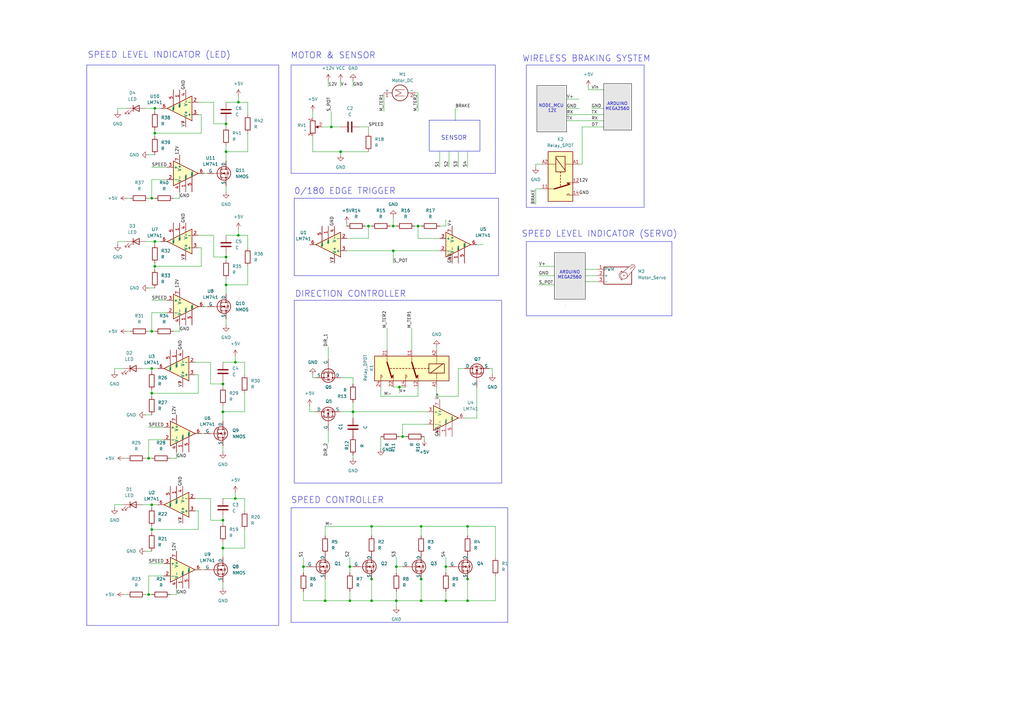
<source format=kicad_sch>
(kicad_sch (version 20231120) (generator "eeschema") (generator_version "8.0")
  (paper "A3")
  (lib_symbols
    (symbol "Amplifier_Operational:LM741" (pin_names (offset 0.127))
      (property "Reference" "U" (at 0 6.35 0))
      (property "Value" "LM741" (at 0 3.81 0))
      (symbol "LM741_1_1"
        (pin input line (at 0 -7.62 90) (length 5.08) (name "NULL") (number "1"))
        (pin input line (at -7.62 -2.54 0) (length 2.54) (name "-") (number "2"))
        (pin input line (at -7.62 2.54 0) (length 2.54) (name "+") (number "3"))
        (pin power_in line (at -2.54 -7.62 90) (length 3.81) (name "V-") (number "4"))
        (pin input line (at 2.54 -7.62 90) (length 6.35) (name "NULL") (number "5"))
        (pin output line (at 7.62 0 180) (length 2.54) (name "~") (number "6"))
        (pin power_in line (at -2.54 7.62 270) (length 3.81) (name "V+") (number "7"))
        (pin no_connect line (at 0 2.54 270) (length 2.54) hide (name "NC") (number "8"))
      )
    )
    (symbol "Device:C" (pin_numbers hide) (pin_names (offset 0.254))
      (property "Reference" "C" (at 0.635 2.54 0))
      (property "Value" "C" (at 0.635 -2.54 0))
      (symbol "C_1_1"
        (pin passive line (at 0 3.81 270) (length 2.794) (name "~") (number "1"))
        (pin passive line (at 0 -3.81 90) (length 2.794) (name "~") (number "2"))
      )
    )
    (symbol "Device:LED" (pin_numbers hide) (pin_names (offset 1.016) hide)
      (property "Reference" "D" (at 0 2.54 0))
      (property "Value" "LED" (at 0 -2.54 0))
      (symbol "LED_1_1"
        (pin passive line (at -3.81 0 0) (length 2.54) (name "K") (number "1"))
        (pin passive line (at 3.81 0 180) (length 2.54) (name "A") (number "2"))
      )
    )
    (symbol "Device:R" (pin_numbers hide) (pin_names (offset 0))
      (property "Reference" "R" (at 2.032 0 90))
      (property "Value" "R" (at 0 0 90))
      (symbol "R_1_1"
        (pin passive line (at 0 3.81 270) (length 1.27) (name "~") (number "1"))
        (pin passive line (at 0 -3.81 90) (length 1.27) (name "~") (number "2"))
      )
    )
    (symbol "Device:R_Potentiometer" (pin_names (offset 1.016) hide)
      (property "Reference" "RV" (at -4.445 0 90))
      (property "Value" "R_Potentiometer" (at -2.54 0 90))
      (symbol "R_Potentiometer_1_1"
        (pin passive line (at 0 3.81 270) (length 1.27) (name "1") (number "1"))
        (pin passive line (at 3.81 0 180) (length 1.27) (name "2") (number "2"))
        (pin passive line (at 0 -3.81 90) (length 1.27) (name "3") (number "3"))
      )
    )
    (symbol "Motor:Motor_DC" (pin_names (offset 0))
      (property "Reference" "M" (at 2.54 2.54 0))
      (property "Value" "Motor_DC" (at 2.54 -5.08 0))
      (symbol "Motor_DC_1_1"
        (pin passive line (at 0 5.08 270) (length 2.54) (name "+") (number "1"))
        (pin passive line (at 0 -7.62 90) (length 2.54) (name "-") (number "2"))
      )
    )
    (symbol "Motor:Motor_Servo" (pin_names (offset 0.0254))
      (property "Reference" "M" (at -5.08 4.445 0))
      (property "Value" "Motor_Servo" (at -5.08 -4.064 0))
      (symbol "Motor_Servo_1_1"
        (pin passive line (at -7.62 2.54 0) (length 2.54) (name "PWM") (number "1"))
        (pin passive line (at -7.62 0 0) (length 2.54) (name "+") (number "2"))
        (pin passive line (at -7.62 -2.54 0) (length 2.54) (name "-") (number "3"))
      )
    )
    (symbol "Relay:Relay_DPDT"
      (property "Reference" "K" (at 16.51 3.81 0))
      (property "Value" "Relay_DPDT" (at 16.51 1.27 0))
      (symbol "Relay_DPDT_1_1"
        (pin passive line (at 0 -7.62 90) (length 2.54) (name "~") (number "11"))
        (pin passive line (at -2.54 7.62 270) (length 2.54) (name "~") (number "12"))
        (pin passive line (at 2.54 7.62 270) (length 2.54) (name "~") (number "14"))
        (pin passive line (at 10.16 -7.62 90) (length 2.54) (name "~") (number "21"))
        (pin passive line (at 7.62 7.62 270) (length 2.54) (name "~") (number "22"))
        (pin passive line (at 12.7 7.62 270) (length 2.54) (name "~") (number "24"))
        (pin passive line (at -10.16 7.62 270) (length 2.54) (name "~") (number "A1"))
        (pin passive line (at -10.16 -7.62 90) (length 2.54) (name "~") (number "A2"))
      )
    )
    (symbol "Relay:Relay_SPDT"
      (property "Reference" "K" (at 11.43 3.81 0))
      (property "Value" "Relay_SPDT" (at 11.43 1.27 0))
      (symbol "Relay_SPDT_1_1"
        (pin passive line (at 5.08 -7.62 90) (length 2.54) (name "~") (number "11"))
        (pin passive line (at 2.54 7.62 270) (length 2.54) (name "~") (number "12"))
        (pin passive line (at 7.62 7.62 270) (length 2.54) (name "~") (number "14"))
        (pin passive line (at -5.08 7.62 270) (length 2.54) (name "~") (number "A1"))
        (pin passive line (at -5.08 -7.62 90) (length 2.54) (name "~") (number "A2"))
      )
    )
    (symbol "Simulation_SPICE:NMOS" (pin_numbers hide) (pin_names (offset 0))
      (property "Reference" "Q" (at 5.08 1.27 0))
      (property "Value" "NMOS" (at 5.08 -1.27 0))
      (symbol "NMOS_1_1"
        (pin passive line (at 2.54 5.08 270) (length 2.54) (name "D") (number "1"))
        (pin input line (at -5.08 0 0) (length 2.54) (name "G") (number "2"))
        (pin passive line (at 2.54 -5.08 90) (length 2.54) (name "S") (number "3"))
      )
    )
    (symbol "power:+12V" (power) (pin_numbers hide) (pin_names (offset 0) hide)
      (property "Value" "+12V" (at 0 3.556 0))
      (symbol "+12V_1_1"
        (pin power_in line (at 0 0 90) (length 0) (name "~") (number "1"))
      )
    )
    (symbol "power:+5V" (power) (pin_numbers hide) (pin_names (offset 0) hide)
      (property "Value" "+5V" (at 0 3.556 0))
      (symbol "+5V_1_1"
        (pin power_in line (at 0 0 90) (length 0) (name "~") (number "1"))
      )
    )
    (symbol "power:GND" (power) (pin_numbers hide) (pin_names (offset 0) hide)
      (property "Value" "GND" (at 0 -3.81 0))
      (symbol "GND_1_1"
        (pin power_in line (at 0 0 270) (length 0) (name "~") (number "1"))
      )
    )
    (symbol "power:VCC" (power) (pin_numbers hide) (pin_names (offset 0) hide)
      (property "Value" "VCC" (at 0 3.556 0))
      (symbol "VCC_1_1"
        (pin power_in line (at 0 0 90) (length 0) (name "~") (number "1"))
      )
    )
  )
  (junction (at 92.71 105.41))
  (junction (at 143.51 246.38))
  (junction (at 124.46 232.41))
  (junction (at 172.72 246.38))
  (junction (at 62.23 135.89))
  (junction (at 161.29 102.87))
  (junction (at 133.35 246.38))
  (junction (at 182.88 232.41))
  (junction (at 144.78 168.91))
  (junction (at 171.45 92.71))
  (junction (at 91.44 213.36))
  (junction (at 162.56 246.38))
  (junction (at 191.77 246.38))
  (junction (at 62.23 161.29))
  (junction (at 60.96 243.84))
  (junction (at 63.5 44.45))
  (junction (at 139.7 62.23))
  (junction (at 152.4 215.9))
  (junction (at 91.44 168.91))
  (junction (at 92.71 62.23))
  (junction (at 191.77 215.9))
  (junction (at 97.79 96.52))
  (junction (at 161.29 92.71))
  (junction (at 91.44 224.79))
  (junction (at 152.4 237.49))
  (junction (at 165.1 179.07))
  (junction (at 63.5 99.06))
  (junction (at 63.5 109.22))
  (junction (at 151.13 92.71))
  (junction (at 97.79 41.91))
  (junction (at 172.72 237.49))
  (junction (at 60.96 187.96))
  (junction (at 96.52 204.47))
  (junction (at 96.52 148.59))
  (junction (at 191.77 237.49))
  (junction (at 92.71 50.8))
  (junction (at 162.56 232.41))
  (junction (at 143.51 232.41))
  (junction (at 135.89 52.07))
  (junction (at 91.44 157.48))
  (junction (at 62.23 151.13))
  (junction (at 62.23 81.28))
  (junction (at 172.72 215.9))
  (junction (at 152.4 246.38))
  (junction (at 182.88 246.38))
  (junction (at 92.71 116.84))
  (junction (at 62.23 207.01))
  (junction (at 63.5 54.61))
  (junction (at 62.23 217.17))
  (junction (at 163.83 158.75))
  (wire (pts (xy 238.76 52.07) (xy 247.65 52.07)))
  (wire (pts (xy 180.34 62.23) (xy 180.34 68.58)))
  (wire (pts (xy 100.33 224.79) (xy 91.44 224.79)))
  (wire (pts (xy 62.23 128.27) (xy 62.23 135.89)))
  (wire (pts (xy 152.4 215.9) (xy 152.4 219.71)))
  (wire (pts (xy 240.03 113.03) (xy 245.11 113.03)))
  (wire (pts (xy 67.31 236.22) (xy 60.96 236.22)))
  (wire (pts (xy 171.45 38.1) (xy 171.45 45.72)))
  (wire (pts (xy 219.71 67.31) (xy 219.71 68.58)))
  (wire (pts (xy 62.23 135.89) (xy 63.5 135.89)))
  (wire (pts (xy 92.71 49.53) (xy 92.71 50.8)))
  (wire (pts (xy 91.44 204.47) (xy 96.52 204.47)))
  (wire (pts (xy 238.76 52.07) (xy 238.76 67.31)))
  (wire (pts (xy 101.6 62.23) (xy 92.71 62.23)))
  (wire (pts (xy 241.3 35.56) (xy 241.3 36.83)))
  (wire (pts (xy 170.18 92.71) (xy 171.45 92.71)))
  (wire (pts (xy 144.78 154.94) (xy 144.78 157.48)))
  (wire (pts (xy 161.29 102.87) (xy 161.29 107.95)))
  (wire (pts (xy 172.72 215.9) (xy 172.72 219.71)))
  (wire (pts (xy 144.78 165.1) (xy 144.78 168.91)))
  (wire (pts (xy 195.58 158.75) (xy 195.58 171.45)))
  (wire (pts (xy 133.35 215.9) (xy 152.4 215.9)))
  (wire (pts (xy 163.83 158.75) (xy 163.83 161.29)))
  (wire (pts (xy 91.44 168.91) (xy 91.44 172.72)))
  (wire (pts (xy 171.45 38.1) (xy 170.18 38.1)))
  (wire (pts (xy 86.36 157.48) (xy 91.44 157.48)))
  (wire (pts (xy 149.86 92.71) (xy 151.13 92.71)))
  (wire (pts (xy 58.42 151.13) (xy 62.23 151.13)))
  (wire (pts (xy 241.3 36.83) (xy 247.65 36.83)))
  (wire (pts (xy 160.02 92.71) (xy 161.29 92.71)))
  (wire (pts (xy 171.45 92.71) (xy 171.45 97.79)))
  (wire (pts (xy 58.42 207.01) (xy 62.23 207.01)))
  (wire (pts (xy 92.71 96.52) (xy 97.79 96.52)))
  (wire (pts (xy 219.71 77.47) (xy 222.25 77.47)))
  (wire (pts (xy 203.2 215.9) (xy 203.2 228.6)))
  (wire (pts (xy 71.12 81.28) (xy 73.66 81.28)))
  (wire (pts (xy 135.89 45.72) (xy 135.89 52.07)))
  (wire (pts (xy 92.71 50.8) (xy 92.71 52.07)))
  (wire (pts (xy 100.33 168.91) (xy 91.44 168.91)))
  (wire (pts (xy 83.82 71.12) (xy 85.09 71.12)))
  (wire (pts (xy 92.71 114.3) (xy 92.71 116.84)))
  (wire (pts (xy 59.69 44.45) (xy 63.5 44.45)))
  (wire (pts (xy 165.1 179.07) (xy 166.37 179.07)))
  (wire (pts (xy 63.5 55.88) (xy 63.5 54.61)))
  (wire (pts (xy 162.56 246.38) (xy 172.72 246.38)))
  (wire (pts (xy 92.71 62.23) (xy 92.71 66.04)))
  (wire (pts (xy 96.52 148.59) (xy 100.33 148.59)))
  (wire (pts (xy 133.35 246.38) (xy 143.51 246.38)))
  (wire (pts (xy 59.69 187.96) (xy 60.96 187.96)))
  (wire (pts (xy 62.23 68.58) (xy 68.58 68.58)))
  (wire (pts (xy 128.27 55.88) (xy 128.27 62.23)))
  (wire (pts (xy 132.08 52.07) (xy 135.89 52.07)))
  (wire (pts (xy 63.5 110.49) (xy 63.5 109.22)))
  (wire (pts (xy 62.23 207.01) (xy 64.77 207.01)))
  (wire (pts (xy 81.28 209.55) (xy 81.28 217.17)))
  (wire (pts (xy 190.5 171.45) (xy 195.58 171.45)))
  (wire (pts (xy 237.49 67.31) (xy 238.76 67.31)))
  (wire (pts (xy 171.45 97.79) (xy 180.34 97.79)))
  (wire (pts (xy 134.62 33.02) (xy 134.62 35.56)))
  (wire (pts (xy 142.24 102.87) (xy 161.29 102.87)))
  (wire (pts (xy 96.52 201.93) (xy 96.52 204.47)))
  (wire (pts (xy 100.33 209.55) (xy 100.33 204.47)))
  (wire (pts (xy 139.7 33.02) (xy 139.7 35.56)))
  (wire (pts (xy 97.79 96.52) (xy 101.6 96.52)))
  (wire (pts (xy 161.29 102.87) (xy 180.34 102.87)))
  (wire (pts (xy 173.99 180.34) (xy 173.99 179.07)))
  (wire (pts (xy 191.77 246.38) (xy 203.2 246.38)))
  (wire (pts (xy 144.78 168.91) (xy 175.26 168.91)))
  (wire (pts (xy 60.96 135.89) (xy 62.23 135.89)))
  (wire (pts (xy 172.72 236.22) (xy 172.72 237.49)))
  (wire (pts (xy 48.26 99.06) (xy 52.07 99.06)))
  (wire (pts (xy 80.01 204.47) (xy 86.36 204.47)))
  (wire (pts (xy 151.13 52.07) (xy 151.13 54.61)))
  (wire (pts (xy 97.79 39.37) (xy 97.79 41.91)))
  (wire (pts (xy 198.12 100.33) (xy 195.58 100.33)))
  (wire (pts (xy 220.98 109.22) (xy 227.33 109.22)))
  (wire (pts (xy 180.34 92.71) (xy 182.88 92.71)))
  (wire (pts (xy 124.46 242.57) (xy 124.46 246.38)))
  (wire (pts (xy 82.55 101.6) (xy 82.55 109.22)))
  (wire (pts (xy 86.36 213.36) (xy 91.44 213.36)))
  (wire (pts (xy 187.96 162.56) (xy 187.96 151.13)))
  (wire (pts (xy 191.77 215.9) (xy 203.2 215.9)))
  (wire (pts (xy 139.7 154.94) (xy 144.78 154.94)))
  (wire (pts (xy 87.63 50.8) (xy 92.71 50.8)))
  (wire (pts (xy 191.77 215.9) (xy 191.77 219.71)))
  (wire (pts (xy 101.6 101.6) (xy 101.6 96.52)))
  (wire (pts (xy 151.13 97.79) (xy 151.13 92.71)))
  (wire (pts (xy 87.63 41.91) (xy 87.63 50.8)))
  (wire (pts (xy 52.07 81.28) (xy 53.34 81.28)))
  (wire (pts (xy 81.28 153.67) (xy 81.28 161.29)))
  (wire (pts (xy 133.35 219.71) (xy 133.35 215.9)))
  (wire (pts (xy 182.88 232.41) (xy 182.88 234.95)))
  (wire (pts (xy 62.23 73.66) (xy 62.23 81.28)))
  (wire (pts (xy 222.25 67.31) (xy 219.71 67.31)))
  (wire (pts (xy 139.7 168.91) (xy 144.78 168.91)))
  (wire (pts (xy 232.41 49.53) (xy 247.65 49.53)))
  (wire (pts (xy 62.23 81.28) (xy 63.5 81.28)))
  (wire (pts (xy 191.77 237.49) (xy 191.77 246.38)))
  (wire (pts (xy 179.07 142.24) (xy 179.07 143.51)))
  (wire (pts (xy 101.6 46.99) (xy 101.6 41.91)))
  (wire (pts (xy 156.21 162.56) (xy 171.45 162.56)))
  (wire (pts (xy 62.23 215.9) (xy 62.23 217.17)))
  (wire (pts (xy 81.28 46.99) (xy 82.55 46.99)))
  (wire (pts (xy 162.56 228.6) (xy 162.56 232.41)))
  (wire (pts (xy 163.83 158.75) (xy 166.37 158.75)))
  (wire (pts (xy 240.03 115.57) (xy 245.11 115.57)))
  (wire (pts (xy 182.88 90.17) (xy 182.88 92.71)))
  (wire (pts (xy 128.27 62.23) (xy 139.7 62.23)))
  (wire (pts (xy 156.21 158.75) (xy 156.21 162.56)))
  (wire (pts (xy 63.5 99.06) (xy 66.04 99.06)))
  (wire (pts (xy 128.27 45.72) (xy 128.27 48.26)))
  (wire (pts (xy 60.96 231.14) (xy 67.31 231.14)))
  (wire (pts (xy 62.23 207.01) (xy 62.23 208.28)))
  (wire (pts (xy 60.96 175.26) (xy 67.31 175.26)))
  (wire (pts (xy 143.51 246.38) (xy 152.4 246.38)))
  (wire (pts (xy 220.98 116.84) (xy 227.33 116.84)))
  (wire (pts (xy 182.88 246.38) (xy 191.77 246.38)))
  (wire (pts (xy 124.46 228.6) (xy 124.46 232.41)))
  (wire (pts (xy 97.79 41.91) (xy 101.6 41.91)))
  (wire (pts (xy 100.33 161.29) (xy 100.33 168.91)))
  (wire (pts (xy 139.7 62.23) (xy 139.7 63.5)))
  (wire (pts (xy 162.56 242.57) (xy 162.56 246.38)))
  (wire (pts (xy 184.15 62.23) (xy 184.15 68.58)))
  (wire (pts (xy 100.33 217.17) (xy 100.33 224.79)))
  (wire (pts (xy 81.28 217.17) (xy 62.23 217.17)))
  (wire (pts (xy 161.29 158.75) (xy 163.83 158.75)))
  (wire (pts (xy 179.07 162.56) (xy 187.96 162.56)))
  (wire (pts (xy 187.96 151.13) (xy 190.5 151.13)))
  (wire (pts (xy 220.98 113.03) (xy 227.33 113.03)))
  (wire (pts (xy 46.99 152.4) (xy 46.99 151.13)))
  (wire (pts (xy 157.48 38.1) (xy 157.48 45.72)))
  (wire (pts (xy 60.96 180.34) (xy 60.96 187.96)))
  (wire (pts (xy 62.23 151.13) (xy 62.23 152.4)))
  (wire (pts (xy 80.01 148.59) (xy 86.36 148.59)))
  (wire (pts (xy 203.2 236.22) (xy 203.2 246.38)))
  (wire (pts (xy 87.63 96.52) (xy 87.63 105.41)))
  (wire (pts (xy 147.32 52.07) (xy 151.13 52.07)))
  (wire (pts (xy 144.78 232.41) (xy 143.51 232.41)))
  (wire (pts (xy 91.44 156.21) (xy 91.44 157.48)))
  (wire (pts (xy 134.62 176.53) (xy 134.62 181.61)))
  (wire (pts (xy 62.23 151.13) (xy 64.77 151.13)))
  (wire (pts (xy 172.72 246.38) (xy 182.88 246.38)))
  (wire (pts (xy 151.13 92.71) (xy 152.4 92.71)))
  (wire (pts (xy 129.54 154.94) (xy 128.27 154.94)))
  (wire (pts (xy 184.15 232.41) (xy 182.88 232.41)))
  (wire (pts (xy 46.99 151.13) (xy 50.8 151.13)))
  (wire (pts (xy 171.45 158.75) (xy 171.45 162.56)))
  (wire (pts (xy 165.1 173.99) (xy 165.1 179.07)))
  (wire (pts (xy 232.41 40.64) (xy 237.49 40.64)))
  (wire (pts (xy 133.35 237.49) (xy 133.35 246.38)))
  (wire (pts (xy 59.69 226.06) (xy 62.23 226.06)))
  (wire (pts (xy 124.46 246.38) (xy 133.35 246.38)))
  (wire (pts (xy 139.7 62.23) (xy 151.13 62.23)))
  (wire (pts (xy 91.44 182.88) (xy 91.44 185.42)))
  (wire (pts (xy 168.91 134.62) (xy 168.91 143.51)))
  (wire (pts (xy 144.78 186.69) (xy 144.78 187.96)))
  (wire (pts (xy 172.72 215.9) (xy 191.77 215.9)))
  (wire (pts (xy 101.6 109.22) (xy 101.6 116.84)))
  (wire (pts (xy 63.5 99.06) (xy 63.5 100.33)))
  (wire (pts (xy 92.71 59.69) (xy 92.71 62.23)))
  (wire (pts (xy 59.69 170.18) (xy 62.23 170.18)))
  (wire (pts (xy 86.36 204.47) (xy 86.36 213.36)))
  (wire (pts (xy 86.36 148.59) (xy 86.36 157.48)))
  (wire (pts (xy 100.33 153.67) (xy 100.33 148.59)))
  (wire (pts (xy 71.12 135.89) (xy 73.66 135.89)))
  (wire (pts (xy 92.71 130.81) (xy 92.71 133.35)))
  (wire (pts (xy 172.72 237.49) (xy 172.72 246.38)))
  (wire (pts (xy 60.96 81.28) (xy 62.23 81.28)))
  (wire (pts (xy 91.44 212.09) (xy 91.44 213.36)))
  (wire (pts (xy 67.31 180.34) (xy 60.96 180.34)))
  (wire (pts (xy 156.21 179.07) (xy 156.21 184.15)))
  (wire (pts (xy 60.96 243.84) (xy 62.23 243.84)))
  (wire (pts (xy 80.01 209.55) (xy 81.28 209.55)))
  (wire (pts (xy 48.26 44.45) (xy 52.07 44.45)))
  (wire (pts (xy 161.29 92.71) (xy 161.29 88.9)))
  (wire (pts (xy 80.01 153.67) (xy 81.28 153.67)))
  (wire (pts (xy 129.54 168.91) (xy 127 168.91)))
  (wire (pts (xy 171.45 92.71) (xy 172.72 92.71)))
  (wire (pts (xy 240.03 110.49) (xy 245.11 110.49)))
  (wire (pts (xy 46.99 208.28) (xy 46.99 207.01)))
  (wire (pts (xy 91.44 157.48) (xy 91.44 158.75)))
  (wire (pts (xy 219.71 83.82) (xy 219.71 77.47)))
  (wire (pts (xy 134.62 142.24) (xy 134.62 147.32)))
  (wire (pts (xy 101.6 54.61) (xy 101.6 62.23)))
  (wire (pts (xy 62.23 160.02) (xy 62.23 161.29)))
  (wire (pts (xy 191.77 236.22) (xy 191.77 237.49)))
  (wire (pts (xy 187.96 62.23) (xy 187.96 68.58)))
  (wire (pts (xy 143.51 232.41) (xy 143.51 234.95)))
  (wire (pts (xy 200.66 151.13) (xy 201.93 151.13)))
  (wire (pts (xy 82.55 109.22) (xy 63.5 109.22)))
  (wire (pts (xy 144.78 33.02) (xy 144.78 35.56)))
  (wire (pts (xy 182.88 228.6) (xy 182.88 232.41)))
  (wire (pts (xy 201.93 151.13) (xy 201.93 153.67)))
  (wire (pts (xy 62.23 162.56) (xy 62.23 161.29)))
  (wire (pts (xy 69.85 187.96) (xy 72.39 187.96)))
  (wire (pts (xy 63.5 44.45) (xy 63.5 45.72)))
  (wire (pts (xy 144.78 168.91) (xy 144.78 171.45)))
  (wire (pts (xy 72.39 241.3) (xy 72.39 243.84)))
  (wire (pts (xy 62.23 123.19) (xy 68.58 123.19)))
  (wire (pts (xy 73.66 133.35) (xy 73.66 135.89)))
  (wire (pts (xy 162.56 246.38) (xy 162.56 248.92)))
  (wire (pts (xy 96.52 146.05) (xy 96.52 148.59)))
  (wire (pts (xy 152.4 236.22) (xy 152.4 237.49)))
  (wire (pts (xy 142.24 91.44) (xy 142.24 92.71)))
  (wire (pts (xy 191.77 62.23) (xy 191.77 68.58)))
  (wire (pts (xy 52.07 135.89) (xy 53.34 135.89)))
  (wire (pts (xy 46.99 207.01) (xy 50.8 207.01)))
  (wire (pts (xy 232.41 46.99) (xy 247.65 46.99)))
  (wire (pts (xy 101.6 116.84) (xy 92.71 116.84)))
  (wire (pts (xy 81.28 161.29) (xy 62.23 161.29)))
  (wire (pts (xy 83.82 125.73) (xy 85.09 125.73)))
  (wire (pts (xy 81.28 101.6) (xy 82.55 101.6)))
  (wire (pts (xy 142.24 97.79) (xy 151.13 97.79)))
  (wire (pts (xy 162.56 232.41) (xy 162.56 234.95)))
  (wire (pts (xy 97.79 93.98) (xy 97.79 96.52)))
  (wire (pts (xy 96.52 204.47) (xy 100.33 204.47)))
  (wire (pts (xy 60.96 118.11) (xy 63.5 118.11)))
  (wire (pts (xy 186.69 44.45) (xy 186.69 49.53)))
  (wire (pts (xy 68.58 73.66) (xy 62.23 73.66)))
  (wire (pts (xy 128.27 154.94) (xy 128.27 153.67)))
  (wire (pts (xy 175.26 173.99) (xy 165.1 173.99)))
  (wire (pts (xy 165.1 232.41) (xy 162.56 232.41)))
  (wire (pts (xy 48.26 100.33) (xy 48.26 99.06)))
  (wire (pts (xy 92.71 104.14) (xy 92.71 105.41)))
  (wire (pts (xy 125.73 232.41) (xy 124.46 232.41)))
  (wire (pts (xy 50.8 243.84) (xy 52.07 243.84)))
  (wire (pts (xy 60.96 187.96) (xy 62.23 187.96)))
  (wire (pts (xy 63.5 53.34) (xy 63.5 54.61)))
  (wire (pts (xy 87.63 105.41) (xy 92.71 105.41)))
  (wire (pts (xy 163.83 179.07) (xy 165.1 179.07)))
  (wire (pts (xy 92.71 105.41) (xy 92.71 106.68)))
  (wire (pts (xy 50.8 187.96) (xy 52.07 187.96)))
  (wire (pts (xy 91.44 213.36) (xy 91.44 214.63)))
  (wire (pts (xy 82.55 233.68) (xy 83.82 233.68)))
  (wire (pts (xy 91.44 148.59) (xy 96.52 148.59)))
  (wire (pts (xy 82.55 46.99) (xy 82.55 54.61)))
  (wire (pts (xy 143.51 242.57) (xy 143.51 246.38)))
  (wire (pts (xy 91.44 222.25) (xy 91.44 224.79)))
  (wire (pts (xy 152.4 237.49) (xy 152.4 246.38)))
  (wire (pts (xy 72.39 185.42) (xy 72.39 187.96)))
  (wire (pts (xy 68.58 128.27) (xy 62.23 128.27)))
  (wire (pts (xy 63.5 44.45) (xy 66.04 44.45)))
  (wire (pts (xy 242.57 44.45) (xy 247.65 44.45)))
  (wire (pts (xy 135.89 52.07) (xy 139.7 52.07)))
  (wire (pts (xy 82.55 177.8) (xy 83.82 177.8)))
  (wire (pts (xy 48.26 45.72) (xy 48.26 44.45)))
  (wire (pts (xy 91.44 224.79) (xy 91.44 228.6)))
  (wire (pts (xy 162.56 92.71) (xy 161.29 92.71)))
  (wire (pts (xy 62.23 218.44) (xy 62.23 217.17)))
  (wire (pts (xy 124.46 232.41) (xy 124.46 234.95)))
  (wire (pts (xy 91.44 166.37) (xy 91.44 168.91)))
  (wire (pts (xy 92.71 116.84) (xy 92.71 120.65)))
  (wire (pts (xy 158.75 134.62) (xy 158.75 143.51)))
  (wire (pts (xy 73.66 78.74) (xy 73.66 81.28)))
  (wire (pts (xy 59.69 243.84) (xy 60.96 243.84)))
  (wire (pts (xy 127 168.91) (xy 127 166.37)))
  (wire (pts (xy 91.44 238.76) (xy 91.44 241.3)))
  (wire (pts (xy 60.96 63.5) (xy 63.5 63.5)))
  (wire (pts (xy 232.41 44.45) (xy 237.49 44.45)))
  (wire (pts (xy 81.28 41.91) (xy 87.63 41.91)))
  (wire (pts (xy 63.5 107.95) (xy 63.5 109.22)))
  (wire (pts (xy 182.88 242.57) (xy 182.88 246.38)))
  (wire (pts (xy 82.55 54.61) (xy 63.5 54.61)))
  (wire (pts (xy 92.71 41.91) (xy 97.79 41.91)))
  (wire (pts (xy 69.85 243.84) (xy 72.39 243.84)))
  (wire (pts (xy 59.69 99.06) (xy 63.5 99.06)))
  (wire (pts (xy 152.4 215.9) (xy 172.72 215.9)))
  (wire (pts (xy 143.51 228.6) (xy 143.51 232.41)))
  (wire (pts (xy 152.4 246.38) (xy 162.56 246.38)))
  (wire (pts (xy 60.96 236.22) (xy 60.96 243.84)))
  (wire (pts (xy 81.28 96.52) (xy 87.63 96.52)))
  (wire (pts (xy 179.07 158.75) (xy 179.07 162.56)))
  (wire (pts (xy 92.71 76.2) (xy 92.71 78.74)))
  (rectangle (start 215.9 99.06) (end 275.59 129.54))
  (rectangle (start 227.33 103.632) (end 240.03 122.682) (stroke (width 0) (color 0 0 0 1)) (fill (type color) (color 230 230 230 1)))
  (rectangle (start 247.65 34.29) (end 259.08 53.34) (stroke (width 0) (color 0 0 0 1)) (fill (type color) (color 230 230 230 1)))
  (rectangle (start 120.65 123.19) (end 205.74 198.12))
  (rectangle (start 119.38 208.28) (end 208.28 255.27))
  (rectangle (start 215.9 26.67) (end 264.16 85.09))
  (rectangle (start 120.65 81.28) (end 204.47 113.03))
  (rectangle (start 231.902 125.222) (end 231.902 125.222) (stroke (width 0) (color 0 0 0 1)))
  (rectangle (start 35.56 26.67) (end 114.3 256.54))
  (rectangle (start 119.38 26.67) (end 203.2 71.12))
  (rectangle (start 176.022 49.276) (end 196.85 61.976))
  (rectangle (start 220.218 35.052) (end 232.41 54.102) (stroke (width 0) (color 0 0 0 1)) (fill (type color) (color 230 230 230 1)))
  (text "NODE_MCU\n 12E" (at 226.06 44.45 0) (effects (font (size 1.27 1.27))))
  (text "SPEED LEVEL INDICATOR (LED)" (at 65.278 22.606 0) (effects (font (size 2.54 2.54))))
  (text "MOTOR & SENSOR\n\n" (at 136.652 24.892 0) (effects (font (size 2.54 2.54))))
  (text "SPEED CONTROLLER" (at 138.43 205.232 0) (effects (font (size 2.54 2.54))))
  (text "0/180 EDGE TRIGGER" (at 141.478 78.486 0) (effects (font (size 2.54 2.54))))
  (text "ARDUINO\nMEGA2560" (at 253.238 43.688 0) (effects (font (size 1.27 1.27))))
  (text "ARDUINO\nMEGA2560" (at 233.68 112.776 0) (effects (font (size 1.27 1.27))))
  (text "SENSOR" (at 186.182 56.642 0) (effects (font (size 1.778 1.778))))
  (text "SPEED LEVEL INDICATOR (SERVO)" (at 245.872 96.012 0) (effects (font (size 2.54 2.54))))
  (text "WIRELESS BRAKING SYSTEM" (at 240.538 24.13 0) (effects (font (size 2.54 2.54))))
  (text "DIRECTION CONTROLLER" (at 143.764 120.65 0) (effects (font (size 2.54 2.54))))
  (label "GND" (at 144.78 35.56 0))
  (label "S3" (at 162.56 228.6 90))
  (label "GND" (at 220.98 113.03 0))
  (label "S_POT" (at 220.98 116.84 0))
  (label "BRAKE" (at 219.71 83.82 90))
  (label "SPEED" (at 62.23 123.19 0))
  (label "12V" (at 72.39 170.18 90))
  (label "RX" (at 232.41 46.99 0))
  (label "BRAKE" (at 186.69 44.45 0))
  (label "GND" (at 73.66 135.89 0))
  (label "S_POT" (at 135.89 45.72 90))
  (label "M_TER2" (at 171.45 45.72 90))
  (label "DIR_2" (at 134.62 181.61 270))
  (label "12V" (at 237.49 74.93 0))
  (label "M_TER1" (at 157.48 45.72 90))
  (label "M_TER2" (at 158.75 134.62 90))
  (label "SPEED" (at 151.13 52.07 0))
  (label "V+" (at 185.42 92.71 90))
  (label "V+" (at 76.2 106.68 90))
  (label "S1" (at 124.46 228.6 90))
  (label "V+" (at 74.93 158.75 90))
  (label "GND" (at 237.49 80.01 0))
  (label "GND" (at 185.42 107.95 90))
  (label "SPEED" (at 60.96 231.14 0))
  (label "S2" (at 184.15 68.58 90))
  (label "12V" (at 73.66 118.11 90))
  (label "SPEED" (at 60.96 175.26 0))
  (label "12V" (at 72.39 226.06 90))
  (label "SPEED" (at 62.23 68.58 0))
  (label "V+" (at 232.41 40.64 0))
  (label "V+" (at 137.16 107.95 90))
  (label "RX" (at 242.57 49.53 0))
  (label "M-" (at 133.35 215.9 0))
  (label "S2" (at 143.51 228.6 90))
  (label "V+" (at 139.7 35.56 0))
  (label "GND" (at 180.34 179.07 90))
  (label "S_POT" (at 161.29 107.95 0))
  (label "GND" (at 74.93 199.39 90))
  (label "GND" (at 72.39 243.84 0))
  (label "S4" (at 182.88 228.6 90))
  (label "GND" (at 242.57 44.45 0))
  (label "GND" (at 73.66 81.28 0))
  (label "12V" (at 134.62 35.56 0))
  (label "V+" (at 163.83 161.29 0))
  (label "GND" (at 232.41 44.45 0))
  (label "TX" (at 242.57 46.99 0))
  (label "TX" (at 232.41 49.53 0))
  (label "V+" (at 220.98 109.22 0))
  (label "GND" (at 137.16 92.71 90))
  (label "Vin" (at 242.57 36.83 0))
  (label "M_TER1" (at 168.91 134.62 90))
  (label "V+" (at 180.34 163.83 90))
  (label "12V" (at 73.66 63.5 90))
  (label "GND" (at 76.2 91.44 90))
  (label "GND" (at 72.39 187.96 0))
  (label "GND" (at 74.93 143.51 90))
  (label "M-" (at 157.48 162.56 0))
  (label "S1" (at 180.34 68.58 90))
  (label "V+" (at 74.93 214.63 90))
  (label "V+" (at 76.2 52.07 90))
  (label "S4" (at 191.77 68.58 90))
  (label "D7" (at 242.57 52.07 0))
  (label "GND" (at 76.2 36.83 90))
  (label "DIR_1" (at 134.62 142.24 90))
  (label "S3" (at 187.96 68.58 90))
  (symbol (lib_id "power:GND") (at 48.26 100.33 0) (unit 1)
    (property "Reference" "#PWR021" (effects (hide yes)))
    (property "Value" "GND" (at 48.26 105.41 0))
    (property "Description" "Power symbol creates a global label with name \"GND\" , ground" (effects (hide yes)))
  )
  (symbol (lib_id "Device:R") (at 62.23 156.21 180) (unit 1)
    (property "Reference" "R26" (at 64.77 154.9399 0) (effects (justify right)))
    (property "Value" "R" (at 64.77 157.4799 0) (effects (justify right)))
    (property "Description" "Resistor" (effects (hide yes)))
  )
  (symbol (lib_id "power:+5V") (at 50.8 243.84 90) (unit 1)
    (property "Reference" "#PWR022" (effects (hide yes)))
    (property "Value" "+5V" (at 46.99 243.8399 90) (effects (justify left)))
    (property "Description" "Power symbol creates a global label with name \"+5V\"" (effects (hide yes)))
  )
  (symbol (lib_id "Device:R") (at 63.5 114.3 180) (unit 1)
    (property "Reference" "R33" (at 66.04 113.0299 0) (effects (justify right)))
    (property "Value" "R" (at 66.04 115.5699 0) (effects (justify right)))
    (property "Description" "Resistor" (effects (hide yes)))
  )
  (symbol (lib_id "Device:C") (at 92.71 45.72 0) (unit 1)
    (property "Reference" "C6" (at 96.52 44.4499 0) (effects (justify left)))
    (property "Value" "C" (at 96.52 46.9899 0) (effects (justify left)))
    (property "Description" "Unpolarized capacitor" (effects (hide yes)))
  )
  (symbol (lib_id "Amplifier_Operational:LM741") (at 72.39 151.13 180) (unit 1)
    (property "Reference" "U3" (at 62.23 146.1768 0))
    (property "Value" "LM741" (at 62.23 148.7168 0))
    (property "Datasheet" "http://www.ti.com/lit/ds/symlink/lm741.pdf" (effects (hide yes)))
    (property "Description" "Operational Amplifier, DIP-8/TO-99-8" (effects (hide yes)))
  )
  (symbol (lib_id "power:+5V") (at 173.99 180.34 180) (unit 1)
    (property "Reference" "#PWR042" (effects (hide yes)))
    (property "Value" "+5V" (at 173.99 185.42 0))
    (property "Description" "Power symbol creates a global label with name \"+5V\"" (effects (hide yes)))
  )
  (symbol (lib_id "power:+5V") (at 50.8 187.96 90) (unit 1)
    (property "Reference" "#PWR08" (effects (hide yes)))
    (property "Value" "+5V" (at 46.99 187.9599 90) (effects (justify left)))
    (property "Description" "Power symbol creates a global label with name \"+5V\"" (effects (hide yes)))
  )
  (symbol (lib_id "Device:LED") (at 54.61 151.13 0) (unit 1)
    (property "Reference" "D2" (at 53.0225 144.78 0))
    (property "Value" "LED" (at 53.0225 147.32 0))
    (property "Description" "Light emitting diode" (effects (hide yes)))
  )
  (symbol (lib_id "power:+5V") (at 96.52 146.05 0) (unit 1)
    (property "Reference" "#PWR019" (effects (hide yes)))
    (property "Value" "+5V" (at 96.52 140.97 0))
    (property "Description" "Power symbol creates a global label with name \"+5V\"" (effects (hide yes)))
  )
  (symbol (lib_id "power:GND") (at 92.71 78.74 0) (unit 1)
    (property "Reference" "#PWR030" (effects (hide yes)))
    (property "Value" "GND" (at 92.71 83.82 0))
    (property "Description" "Power symbol creates a global label with name \"GND\" , ground" (effects (hide yes)))
  )
  (symbol (lib_id "Simulation_SPICE:NMOS") (at 90.17 71.12 0) (unit 1)
    (property "Reference" "Q11" (at 96.52 69.8499 0) (effects (justify left)))
    (property "Value" "NMOS" (at 96.52 72.3899 0) (effects (justify left)))
    (property "Datasheet" "https://ngspice.sourceforge.io/docs/ngspice-html-manual/manual.xhtml#cha_MOSFETs" (effects (hide yes)))
    (property "Description" "N-MOSFET transistor, drain/source/gate" (effects (hide yes)))
    (property "Sim.Device" "NMOS" (effects (hide yes)))
    (property "Sim.Type" "VDMOS" (effects (hide yes)))
    (property "Sim.Pins" "1=D 2=G 3=S" (effects (hide yes)))
  )
  (symbol (lib_id "Motor:Motor_DC") (at 162.56 38.1 90) (unit 1)
    (property "Reference" "M1" (at 165.1 30.48 90))
    (property "Value" "Motor_DC" (at 165.1 33.02 90))
    (property "Description" "DC Motor" (effects (hide yes)))
  )
  (symbol (lib_id "Device:LED") (at 55.88 99.06 0) (unit 1)
    (property "Reference" "D3" (at 54.2925 92.71 0))
    (property "Value" "LED" (at 54.2925 95.25 0))
    (property "Description" "Light emitting diode" (effects (hide yes)))
  )
  (symbol (lib_id "Device:R") (at 57.15 135.89 90) (unit 1)
    (property "Reference" "R31" (at 57.15 129.54 90))
    (property "Value" "R" (at 57.15 132.08 90))
    (property "Description" "Resistor" (effects (hide yes)))
  )
  (symbol (lib_id "Device:R") (at 162.56 238.76 0) (unit 1)
    (property "Reference" "R8" (at 165.1 237.4899 0) (effects (justify left)))
    (property "Value" "R" (at 165.1 240.0299 0) (effects (justify left)))
    (property "Description" "Resistor" (effects (hide yes)))
  )
  (symbol (lib_id "power:GND") (at 46.99 208.28 0) (unit 1)
    (property "Reference" "#PWR020" (effects (hide yes)))
    (property "Value" "GND" (at 46.99 213.36 0))
    (property "Description" "Power symbol creates a global label with name \"GND\" , ground" (effects (hide yes)))
  )
  (symbol (lib_id "Amplifier_Operational:LM741") (at 74.93 177.8 0) (unit 1)
    (property "Reference" "U6" (at 85.09 171.4814 0))
    (property "Value" "LM741" (at 85.09 174.0214 0))
    (property "Datasheet" "http://www.ti.com/lit/ds/symlink/lm741.pdf" (effects (hide yes)))
    (property "Description" "Operational Amplifier, DIP-8/TO-99-8" (effects (hide yes)))
  )
  (symbol (lib_id "power:GND") (at 59.69 170.18 270) (unit 1)
    (property "Reference" "#PWR09" (effects (hide yes)))
    (property "Value" "GND" (at 55.88 170.1799 90) (effects (justify right)))
    (property "Description" "Power symbol creates a global label with name \"GND\" , ground" (effects (hide yes)))
  )
  (symbol (lib_id "Device:R") (at 92.71 55.88 0) (unit 1)
    (property "Reference" "R41" (at 95.25 54.6099 0) (effects (justify left)))
    (property "Value" "R" (at 95.25 57.1499 0) (effects (justify left)))
    (property "Description" "Resistor" (effects (hide yes)))
  )
  (symbol (lib_id "power:GND") (at 60.96 118.11 270) (unit 1)
    (property "Reference" "#PWR024" (effects (hide yes)))
    (property "Value" "GND" (at 57.15 118.1099 90) (effects (justify right)))
    (property "Description" "Power symbol creates a global label with name \"GND\" , ground" (effects (hide yes)))
  )
  (symbol (lib_id "Device:R") (at 67.31 81.28 90) (unit 1)
    (property "Reference" "R40" (at 67.31 74.93 90))
    (property "Value" "R" (at 67.31 77.47 90))
    (property "Description" "Resistor" (effects (hide yes)))
  )
  (symbol (lib_id "Simulation_SPICE:NMOS") (at 134.62 152.4 270) (unit 1)
    (property "Reference" "Q6" (at 133.35 158.75 90) (effects (justify left)))
    (property "Value" "NMOS" (effects (hide yes)))
    (property "Datasheet" "https://ngspice.sourceforge.io/docs/ngspice-html-manual/manual.xhtml#cha_MOSFETs" (effects (hide yes)))
    (property "Description" "N-MOSFET transistor, drain/source/gate" (effects (hide yes)))
    (property "Sim.Device" "NMOS" (effects (hide yes)))
    (property "Sim.Type" "VDMOS" (effects (hide yes)))
    (property "Sim.Pins" "1=D 2=G 3=S" (effects (hide yes)))
  )
  (symbol (lib_id "Device:R") (at 170.18 179.07 270) (unit 1)
    (property "Reference" "R10" (at 171.4501 181.61 0) (effects (justify left)))
    (property "Value" "R" (at 168.9101 181.61 0) (effects (justify left)))
    (property "Description" "Resistor" (effects (hide yes)))
  )
  (symbol (lib_id "power:GND") (at 60.96 63.5 270) (unit 1)
    (property "Reference" "#PWR029" (effects (hide yes)))
    (property "Value" "GND" (at 57.15 63.4999 90) (effects (justify right)))
    (property "Description" "Power symbol creates a global label with name \"GND\" , ground" (effects (hide yes)))
  )
  (symbol (lib_id "power:GND") (at 59.69 226.06 270) (unit 1)
    (property "Reference" "#PWR06" (effects (hide yes)))
    (property "Value" "GND" (at 55.88 226.0599 90) (effects (justify right)))
    (property "Description" "Power symbol creates a global label with name \"GND\" , ground" (effects (hide yes)))
  )
  (symbol (lib_id "Simulation_SPICE:NMOS") (at 195.58 153.67 90) (unit 1)
    (property "Reference" "Q7" (at 195.834 147.32 90))
    (property "Value" "NMOS" (effects (hide yes)))
    (property "Datasheet" "https://ngspice.sourceforge.io/docs/ngspice-html-manual/manual.xhtml#cha_MOSFETs" (effects (hide yes)))
    (property "Description" "N-MOSFET transistor, drain/source/gate" (effects (hide yes)))
    (property "Sim.Device" "NMOS" (effects (hide yes)))
    (property "Sim.Type" "VDMOS" (effects (hide yes)))
    (property "Sim.Pins" "1=D 2=G 3=S" (effects (hide yes)))
  )
  (symbol (lib_id "Device:LED") (at 55.88 44.45 0) (unit 1)
    (property "Reference" "D4" (at 54.2925 38.1 0))
    (property "Value" "LED" (at 54.2925 40.64 0))
    (property "Description" "Light emitting diode" (effects (hide yes)))
  )
  (symbol (lib_id "power:+5V") (at 97.79 39.37 0) (unit 1)
    (property "Reference" "#PWR031" (effects (hide yes)))
    (property "Value" "+5V" (at 97.79 34.29 0))
    (property "Description" "Power symbol creates a global label with name \"+5V\"" (effects (hide yes)))
  )
  (symbol (lib_id "Device:R") (at 143.51 238.76 0) (unit 1)
    (property "Reference" "R7" (at 146.05 237.4899 0) (effects (justify left)))
    (property "Value" "R" (at 146.05 240.0299 0) (effects (justify left)))
    (property "Description" "Resistor" (effects (hide yes)))
  )
  (symbol (lib_id "Device:R") (at 151.13 58.42 0) (unit 1)
    (property "Reference" "R18" (at 153.67 57.1499 0) (effects (justify left)))
    (property "Value" "R" (at 153.67 59.6899 0) (effects (justify left)))
    (property "Description" "Resistor" (effects (hide yes)))
  )
  (symbol (lib_id "power:+5V") (at 52.07 135.89 90) (unit 1)
    (property "Reference" "#PWR023" (effects (hide yes)))
    (property "Value" "+5V" (at 48.26 135.8899 90) (effects (justify left)))
    (property "Description" "Power symbol creates a global label with name \"+5V\"" (effects (hide yes)))
  )
  (symbol (lib_id "Device:R") (at 166.37 92.71 90) (unit 1)
    (property "Reference" "R16" (at 166.37 86.36 90))
    (property "Value" "R" (at 166.37 88.9 90))
    (property "Description" "Resistor" (effects (hide yes)))
  )
  (symbol (lib_id "Device:R") (at 62.23 166.37 180) (unit 1)
    (property "Reference" "R27" (at 64.77 165.0999 0) (effects (justify right)))
    (property "Value" "R" (at 64.77 167.6399 0) (effects (justify right)))
    (property "Description" "Resistor" (effects (hide yes)))
  )
  (symbol (lib_id "Device:R") (at 191.77 223.52 0) (unit 1)
    (property "Reference" "R4" (at 194.31 222.2499 0) (effects (justify left)))
    (property "Value" "R" (at 194.31 224.7899 0) (effects (justify left)))
    (property "Description" "Resistor" (effects (hide yes)))
  )
  (symbol (lib_id "power:GND") (at 139.7 63.5 0) (unit 1)
    (property "Reference" "#PWR016" (effects (hide yes)))
    (property "Value" "GND" (at 139.7 68.58 0))
    (property "Description" "Power symbol creates a global label with name \"GND\" , ground" (effects (hide yes)))
  )
  (symbol (lib_id "Relay:Relay_DPDT") (at 168.91 151.13 180) (unit 1)
    (property "Reference" "K1" (at 152.4 150.876 90))
    (property "Value" "Relay_DPDT" (at 149.86 150.876 90))
    (property "Description" "Relay DPDT, monostable, EN50005" (effects (hide yes)))
  )
  (symbol (lib_id "Device:R") (at 156.21 92.71 90) (unit 1)
    (property "Reference" "R15" (at 156.21 86.36 90))
    (property "Value" "R" (at 156.21 88.9 90))
    (property "Description" "Resistor" (effects (hide yes)))
  )
  (symbol (lib_id "Device:R") (at 66.04 243.84 90) (unit 1)
    (property "Reference" "R24" (at 66.04 237.49 90))
    (property "Value" "R" (at 66.04 240.03 90))
    (property "Description" "Resistor" (effects (hide yes)))
  )
  (symbol (lib_id "Device:R") (at 100.33 157.48 0) (unit 1)
    (property "Reference" "R30" (at 102.87 156.2099 0) (effects (justify left)))
    (property "Value" "R" (at 102.87 158.7499 0) (effects (justify left)))
    (property "Description" "Resistor" (effects (hide yes)))
  )
  (symbol (lib_id "Device:R") (at 160.02 179.07 270) (unit 1)
    (property "Reference" "R11" (at 161.2901 181.61 0) (effects (justify left)))
    (property "Value" "R" (at 158.7501 181.61 0) (effects (justify left)))
    (property "Description" "Resistor" (effects (hide yes)))
  )
  (symbol (lib_id "Amplifier_Operational:LM741") (at 72.39 207.01 180) (unit 1)
    (property "Reference" "U2" (at 62.23 202.0568 0))
    (property "Value" "LM741" (at 62.23 204.5968 0))
    (property "Datasheet" "http://www.ti.com/lit/ds/symlink/lm741.pdf" (effects (hide yes)))
    (property "Description" "Operational Amplifier, DIP-8/TO-99-8" (effects (hide yes)))
  )
  (symbol (lib_id "Device:R") (at 63.5 59.69 180) (unit 1)
    (property "Reference" "R39" (at 66.04 58.4199 0) (effects (justify right)))
    (property "Value" "R" (at 66.04 60.9599 0) (effects (justify right)))
    (property "Description" "Resistor" (effects (hide yes)))
  )
  (symbol (lib_id "Device:R_Potentiometer") (at 128.27 52.07 0) (unit 1)
    (property "Reference" "RV1" (at 125.73 51.4349 0) (effects (justify right)))
    (property "Value" "~" (at 125.73 53.34 0) (effects (justify right)))
    (property "Description" "Potentiometer" (effects (hide yes)))
  )
  (symbol (lib_id "Simulation_SPICE:NMOS") (at 170.18 232.41 0) (unit 1)
    (property "Reference" "Q3" (at 176.53 231.1399 0) (effects (justify left)))
    (property "Value" "NMOS" (effects (hide yes)))
    (property "Datasheet" "https://ngspice.sourceforge.io/docs/ngspice-html-manual/manual.xhtml#cha_MOSFETs" (effects (hide yes)))
    (property "Description" "N-MOSFET transistor, drain/source/gate" (effects (hide yes)))
    (property "Sim.Device" "NMOS" (effects (hide yes)))
    (property "Sim.Type" "VDMOS" (effects (hide yes)))
    (property "Sim.Pins" "1=D 2=G 3=S" (effects (hide yes)))
  )
  (symbol (lib_id "Device:C") (at 143.51 52.07 90) (unit 1)
    (property "Reference" "C2" (at 143.51 44.45 90))
    (property "Value" "C" (at 143.51 46.99 90))
    (property "Description" "Unpolarized capacitor" (effects (hide yes)))
  )
  (symbol (lib_id "Device:R") (at 63.5 49.53 180) (unit 1)
    (property "Reference" "R38" (at 66.04 48.2599 0) (effects (justify right)))
    (property "Value" "R" (at 66.04 50.7999 0) (effects (justify right)))
    (property "Description" "Resistor" (effects (hide yes)))
  )
  (symbol (lib_id "Device:C") (at 91.44 152.4 0) (unit 1)
    (property "Reference" "C4" (at 95.25 151.1299 0) (effects (justify left)))
    (property "Value" "C" (at 95.25 153.6699 0) (effects (justify left)))
    (property "Description" "Unpolarized capacitor" (effects (hide yes)))
  )
  (symbol (lib_id "power:+5V") (at 96.52 201.93 0) (unit 1)
    (property "Reference" "#PWR017" (effects (hide yes)))
    (property "Value" "+5V" (at 96.52 196.85 0))
    (property "Description" "Power symbol creates a global label with name \"+5V\"" (effects (hide yes)))
  )
  (symbol (lib_id "power:+5V") (at 127 166.37 0) (unit 1)
    (property "Reference" "#PWR02" (effects (hide yes)))
    (property "Value" "+5V" (at 127 161.29 0))
    (property "Description" "Power symbol creates a global label with name \"+5V\"" (effects (hide yes)))
  )
  (symbol (lib_id "power:+12V") (at 134.62 33.02 0) (unit 1)
    (property "Reference" "#PWR034" (effects (hide yes)))
    (property "Value" "+12V" (at 134.62 27.94 0))
    (property "Description" "Power symbol creates a global label with name \"+12V\"" (effects (hide yes)))
  )
  (symbol (lib_id "Device:R") (at 101.6 50.8 0) (unit 1)
    (property "Reference" "R42" (at 104.14 49.5299 0) (effects (justify left)))
    (property "Value" "R" (at 104.14 52.0699 0) (effects (justify left)))
    (property "Description" "Resistor" (effects (hide yes)))
  )
  (symbol (lib_id "Amplifier_Operational:LM741") (at 134.62 100.33 180) (unit 1)
    (property "Reference" "U1" (at 124.46 95.3768 0))
    (property "Value" "LM741" (at 124.46 97.9168 0))
    (property "Datasheet" "http://www.ti.com/lit/ds/symlink/lm741.pdf" (effects (hide yes)))
    (property "Description" "Operational Amplifier, DIP-8/TO-99-8" (effects (hide yes)))
  )
  (symbol (lib_id "Device:R") (at 176.53 92.71 90) (unit 1)
    (property "Reference" "R17" (at 176.53 86.36 90))
    (property "Value" "R" (at 176.53 88.9 90))
    (property "Description" "Resistor" (effects (hide yes)))
  )
  (symbol (lib_id "Device:R") (at 133.35 223.52 0) (unit 1)
    (property "Reference" "R5" (at 135.89 222.2499 0) (effects (justify left)))
    (property "Value" "R" (at 135.89 224.7899 0) (effects (justify left)))
    (property "Description" "Resistor" (effects (hide yes)))
  )
  (symbol (lib_id "Motor:Motor_Servo") (at 252.73 113.03 0) (unit 1)
    (property "Reference" "M2" (at 261.62 111.3265 0) (effects (justify left)))
    (property "Value" "Motor_Servo" (at 261.62 113.8665 0) (effects (justify left)))
    (property "Datasheet" "http://forums.parallax.com/uploads/attachments/46831/74481.png" (effects (hide yes)))
    (property "Description" "Servo Motor (Futaba, HiTec, JR connector)" (effects (hide yes)))
  )
  (symbol (lib_id "power:GND") (at 48.26 45.72 0) (unit 1)
    (property "Reference" "#PWR027" (effects (hide yes)))
    (property "Value" "GND" (at 48.26 50.8 0))
    (property "Description" "Power symbol creates a global label with name \"GND\" , ground" (effects (hide yes)))
  )
  (symbol (lib_id "power:GND") (at 162.56 248.92 0) (unit 1)
    (property "Reference" "#PWR01" (effects (hide yes)))
    (property "Value" "GND" (at 162.56 254 0))
    (property "Description" "Power symbol creates a global label with name \"GND\" , ground" (effects (hide yes)))
  )
  (symbol (lib_id "Device:R") (at 57.15 81.28 90) (unit 1)
    (property "Reference" "R37" (at 57.15 74.93 90))
    (property "Value" "R" (at 57.15 77.47 90))
    (property "Description" "Resistor" (effects (hide yes)))
  )
  (symbol (lib_id "power:GND") (at 161.29 88.9 180) (unit 1)
    (property "Reference" "#PWR015" (effects (hide yes)))
    (property "Value" "GND" (at 161.29 83.82 0))
    (property "Description" "Power symbol creates a global label with name \"GND\" , ground" (effects (hide yes)))
  )
  (symbol (lib_id "power:GND") (at 91.44 241.3 0) (unit 1)
    (property "Reference" "#PWR018" (effects (hide yes)))
    (property "Value" "GND" (at 91.44 246.38 0))
    (property "Description" "Power symbol creates a global label with name \"GND\" , ground" (effects (hide yes)))
  )
  (symbol (lib_id "Device:R") (at 146.05 92.71 90) (unit 1)
    (property "Reference" "R14" (at 146.05 86.36 90))
    (property "Value" "R" (at 146.05 88.9 90))
    (property "Description" "Resistor" (effects (hide yes)))
  )
  (symbol (lib_id "Device:R") (at 55.88 187.96 90) (unit 1)
    (property "Reference" "R25" (at 55.88 181.61 90))
    (property "Value" "R" (at 55.88 184.15 90))
    (property "Description" "Resistor" (effects (hide yes)))
  )
  (symbol (lib_id "power:GND") (at 179.07 142.24 180) (unit 1)
    (property "Reference" "#PWR011" (effects (hide yes)))
    (property "Value" "GND" (at 179.07 137.16 0))
    (property "Description" "Power symbol creates a global label with name \"GND\" , ground" (effects (hide yes)))
  )
  (symbol (lib_id "Device:R") (at 124.46 238.76 0) (unit 1)
    (property "Reference" "R6" (at 127 237.4899 0) (effects (justify left)))
    (property "Value" "R" (at 127 240.0299 0) (effects (justify left)))
    (property "Description" "Resistor" (effects (hide yes)))
  )
  (symbol (lib_id "Amplifier_Operational:LM741") (at 76.2 71.12 0) (unit 1)
    (property "Reference" "U11" (at 86.36 64.8014 0))
    (property "Value" "LM741" (at 86.36 67.3414 0))
    (property "Datasheet" "http://www.ti.com/lit/ds/symlink/lm741.pdf" (effects (hide yes)))
    (property "Description" "Operational Amplifier, DIP-8/TO-99-8" (effects (hide yes)))
  )
  (symbol (lib_id "Device:R") (at 100.33 213.36 0) (unit 1)
    (property "Reference" "R20" (at 102.87 212.0899 0) (effects (justify left)))
    (property "Value" "R" (at 102.87 214.6299 0) (effects (justify left)))
    (property "Description" "Resistor" (effects (hide yes)))
  )
  (symbol (lib_id "Amplifier_Operational:LM741") (at 73.66 44.45 180) (unit 1)
    (property "Reference" "U10" (at 63.5 39.4968 0))
    (property "Value" "LM741" (at 63.5 42.0368 0))
    (property "Datasheet" "http://www.ti.com/lit/ds/symlink/lm741.pdf" (effects (hide yes)))
    (property "Description" "Operational Amplifier, DIP-8/TO-99-8" (effects (hide yes)))
  )
  (symbol (lib_id "Device:R") (at 144.78 182.88 0) (unit 1)
    (property "Reference" "R12" (at 142.24 182.626 90))
    (property "Value" "R" (at 148.59 182.88 90))
    (property "Description" "Resistor" (effects (hide yes)))
  )
  (symbol (lib_id "Simulation_SPICE:NMOS") (at 88.9 177.8 0) (unit 1)
    (property "Reference" "Q9" (at 95.25 176.5299 0) (effects (justify left)))
    (property "Value" "NMOS" (at 95.25 179.0699 0) (effects (justify left)))
    (property "Datasheet" "https://ngspice.sourceforge.io/docs/ngspice-html-manual/manual.xhtml#cha_MOSFETs" (effects (hide yes)))
    (property "Description" "N-MOSFET transistor, drain/source/gate" (effects (hide yes)))
    (property "Sim.Device" "NMOS" (effects (hide yes)))
    (property "Sim.Type" "VDMOS" (effects (hide yes)))
    (property "Sim.Pins" "1=D 2=G 3=S" (effects (hide yes)))
  )
  (symbol (lib_id "Device:R") (at 91.44 218.44 0) (unit 1)
    (property "Reference" "R19" (at 93.98 217.1699 0) (effects (justify left)))
    (property "Value" "R" (at 93.98 219.7099 0) (effects (justify left)))
    (property "Description" "Resistor" (effects (hide yes)))
  )
  (symbol (lib_id "Device:R") (at 144.78 161.29 180) (unit 1)
    (property "Reference" "R13" (at 142.24 162.5601 0) (effects (justify left)))
    (property "Value" "R" (at 142.24 160.0201 0) (effects (justify left)))
    (property "Description" "Resistor" (effects (hide yes)))
  )
  (symbol (lib_id "Amplifier_Operational:LM741") (at 73.66 99.06 180) (unit 1)
    (property "Reference" "U7" (at 63.5 94.1068 0))
    (property "Value" "LM741" (at 63.5 96.6468 0))
    (property "Datasheet" "http://www.ti.com/lit/ds/symlink/lm741.pdf" (effects (hide yes)))
    (property "Description" "Operational Amplifier, DIP-8/TO-99-8" (effects (hide yes)))
  )
  (symbol (lib_id "Simulation_SPICE:NMOS") (at 88.9 233.68 0) (unit 1)
    (property "Reference" "Q8" (at 95.25 232.4099 0) (effects (justify left)))
    (property "Value" "NMOS" (at 95.25 234.9499 0) (effects (justify left)))
    (property "Datasheet" "https://ngspice.sourceforge.io/docs/ngspice-html-manual/manual.xhtml#cha_MOSFETs" (effects (hide yes)))
    (property "Description" "N-MOSFET transistor, drain/source/gate" (effects (hide yes)))
    (property "Sim.Device" "NMOS" (effects (hide yes)))
    (property "Sim.Type" "VDMOS" (effects (hide yes)))
    (property "Sim.Pins" "1=D 2=G 3=S" (effects (hide yes)))
  )
  (symbol (lib_id "Simulation_SPICE:NMOS") (at 189.23 232.41 0) (unit 1)
    (property "Reference" "Q4" (at 195.58 231.1399 0) (effects (justify left)))
    (property "Value" "NMOS" (effects (hide yes)))
    (property "Datasheet" "https://ngspice.sourceforge.io/docs/ngspice-html-manual/manual.xhtml#cha_MOSFETs" (effects (hide yes)))
    (property "Description" "N-MOSFET transistor, drain/source/gate" (effects (hide yes)))
    (property "Sim.Device" "NMOS" (effects (hide yes)))
    (property "Sim.Type" "VDMOS" (effects (hide yes)))
    (property "Sim.Pins" "1=D 2=G 3=S" (effects (hide yes)))
  )
  (symbol (lib_id "Device:R") (at 182.88 238.76 0) (unit 1)
    (property "Reference" "R9" (at 185.42 237.4899 0) (effects (justify left)))
    (property "Value" "R" (at 185.42 240.0299 0) (effects (justify left)))
    (property "Description" "Resistor" (effects (hide yes)))
  )
  (symbol (lib_id "Device:R") (at 91.44 162.56 0) (unit 1)
    (property "Reference" "R29" (at 93.98 161.2899 0) (effects (justify left)))
    (property "Value" "R" (at 93.98 163.8299 0) (effects (justify left)))
    (property "Description" "Resistor" (effects (hide yes)))
  )
  (symbol (lib_id "Device:R") (at 55.88 243.84 90) (unit 1)
    (property "Reference" "R23" (at 55.88 237.49 90))
    (property "Value" "R" (at 55.88 240.03 90))
    (property "Description" "Resistor" (effects (hide yes)))
  )
  (symbol (lib_id "Device:R") (at 62.23 212.09 180) (unit 1)
    (property "Reference" "R22" (at 64.77 210.8199 0) (effects (justify right)))
    (property "Value" "R" (at 64.77 213.3599 0) (effects (justify right)))
    (property "Description" "Resistor" (effects (hide yes)))
  )
  (symbol (lib_id "power:VCC") (at 139.7 33.02 0) (unit 1)
    (property "Reference" "#PWR032" (effects (hide yes)))
    (property "Value" "VCC" (at 139.7 27.94 0))
    (property "Description" "Power symbol creates a global label with name \"VCC\"" (effects (hide yes)))
  )
  (symbol (lib_id "Device:R") (at 66.04 187.96 90) (unit 1)
    (property "Reference" "R28" (at 66.04 181.61 90))
    (property "Value" "R" (at 66.04 184.15 90))
    (property "Description" "Resistor" (effects (hide yes)))
  )
  (symbol (lib_id "Simulation_SPICE:NMOS") (at 149.86 232.41 0) (unit 1)
    (property "Reference" "Q2" (at 156.21 231.1399 0) (effects (justify left)))
    (property "Value" "NMOS" (effects (hide yes)))
    (property "Datasheet" "https://ngspice.sourceforge.io/docs/ngspice-html-manual/manual.xhtml#cha_MOSFETs" (effects (hide yes)))
    (property "Description" "N-MOSFET transistor, drain/source/gate" (effects (hide yes)))
    (property "Sim.Device" "NMOS" (effects (hide yes)))
    (property "Sim.Type" "VDMOS" (effects (hide yes)))
    (property "Sim.Pins" "1=D 2=G 3=S" (effects (hide yes)))
  )
  (symbol (lib_id "Amplifier_Operational:LM741") (at 187.96 100.33 0) (unit 1)
    (property "Reference" "U5" (at 198.12 94.0114 0))
    (property "Value" "LM741" (at 198.12 96.5514 0))
    (property "Datasheet" "http://www.ti.com/lit/ds/symlink/lm741.pdf" (effects (hide yes)))
    (property "Description" "Operational Amplifier, DIP-8/TO-99-8" (effects (hide yes)))
  )
  (symbol (lib_id "power:GND") (at 91.44 185.42 0) (unit 1)
    (property "Reference" "#PWR010" (effects (hide yes)))
    (property "Value" "GND" (at 91.44 190.5 0))
    (property "Description" "Power symbol creates a global label with name \"GND\" , ground" (effects (hide yes)))
  )
  (symbol (lib_id "Device:R") (at 152.4 223.52 0) (unit 1)
    (property "Reference" "R2" (at 154.94 222.2499 0) (effects (justify left)))
    (property "Value" "R" (at 154.94 224.7899 0) (effects (justify left)))
    (property "Description" "Resistor" (effects (hide yes)))
  )
  (symbol (lib_id "Device:R") (at 172.72 223.52 0) (unit 1)
    (property "Reference" "R3" (at 175.26 222.2499 0) (effects (justify left)))
    (property "Value" "R" (at 175.26 224.7899 0) (effects (justify left)))
    (property "Description" "Resistor" (effects (hide yes)))
  )
  (symbol (lib_id "Device:C") (at 144.78 175.26 180) (unit 1)
    (property "Reference" "C1" (at 139.7 175.006 90))
    (property "Value" "C" (at 149.86 175.26 90))
    (property "Description" "Unpolarized capacitor" (effects (hide yes)))
  )
  (symbol (lib_id "Relay:Relay_SPDT") (at 229.87 72.39 270) (unit 1)
    (property "Reference" "K2" (at 229.87 57.15 90))
    (property "Value" "Relay_SPDT" (at 229.87 59.69 90))
    (property "Description" "Relay SPDT, monostable, EN50005" (effects (hide yes)))
  )
  (symbol (lib_id "power:+5V") (at 128.27 45.72 0) (unit 1)
    (property "Reference" "#PWR04" (effects (hide yes)))
    (property "Value" "+5V" (at 128.27 40.64 0))
    (property "Description" "Power symbol creates a global label with name \"+5V\"" (effects (hide yes)))
  )
  (symbol (lib_id "Device:R") (at 92.71 110.49 0) (unit 1)
    (property "Reference" "R35" (at 95.25 109.2199 0) (effects (justify left)))
    (property "Value" "R" (at 95.25 111.7599 0) (effects (justify left)))
    (property "Description" "Resistor" (effects (hide yes)))
  )
  (symbol (lib_id "power:GND") (at 144.78 33.02 180) (unit 1)
    (property "Reference" "#PWR033" (effects (hide yes)))
    (property "Value" "GND" (at 144.78 27.94 0))
    (property "Description" "Power symbol creates a global label with name \"GND\" , ground" (effects (hide yes)))
  )
  (symbol (lib_id "Device:R") (at 203.2 232.41 0) (unit 1)
    (property "Reference" "R1" (at 205.74 231.1399 0) (effects (justify left)))
    (property "Value" "R" (at 205.74 233.6799 0) (effects (justify left)))
    (property "Description" "Resistor" (effects (hide yes)))
  )
  (symbol (lib_id "Device:R") (at 101.6 105.41 0) (unit 1)
    (property "Reference" "R36" (at 104.14 104.1399 0) (effects (justify left)))
    (property "Value" "R" (at 104.14 106.6799 0) (effects (justify left)))
    (property "Description" "Resistor" (effects (hide yes)))
  )
  (symbol (lib_id "Amplifier_Operational:LM741") (at 76.2 125.73 0) (unit 1)
    (property "Reference" "U8" (at 86.36 119.4114 0))
    (property "Value" "LM741" (at 86.36 121.9514 0))
    (property "Datasheet" "http://www.ti.com/lit/ds/symlink/lm741.pdf" (effects (hide yes)))
    (property "Description" "Operational Amplifier, DIP-8/TO-99-8" (effects (hide yes)))
  )
  (symbol (lib_id "power:GND") (at 92.71 133.35 0) (unit 1)
    (property "Reference" "#PWR025" (effects (hide yes)))
    (property "Value" "GND" (at 92.71 138.43 0))
    (property "Description" "Power symbol creates a global label with name \"GND\" , ground" (effects (hide yes)))
  )
  (symbol (lib_id "Device:R") (at 62.23 222.25 180) (unit 1)
    (property "Reference" "R21" (at 64.77 220.9799 0) (effects (justify right)))
    (property "Value" "R" (at 64.77 223.5199 0) (effects (justify right)))
    (property "Description" "Resistor" (effects (hide yes)))
  )
  (symbol (lib_id "power:GND") (at 156.21 184.15 0) (unit 1)
    (property "Reference" "#PWR012" (effects (hide yes)))
    (property "Value" "GND" (at 158.75 184.404 0))
    (property "Description" "Power symbol creates a global label with name \"GND\" , ground" (effects (hide yes)))
  )
  (symbol (lib_id "Amplifier_Operational:LM741") (at 74.93 233.68 0) (unit 1)
    (property "Reference" "U9" (at 85.09 227.3614 0))
    (property "Value" "LM741" (at 85.09 229.9014 0))
    (property "Datasheet" "http://www.ti.com/lit/ds/symlink/lm741.pdf" (effects (hide yes)))
    (property "Description" "Operational Amplifier, DIP-8/TO-99-8" (effects (hide yes)))
  )
  (symbol (lib_id "power:+5V") (at 52.07 81.28 90) (unit 1)
    (property "Reference" "#PWR028" (effects (hide yes)))
    (property "Value" "+5V" (at 48.26 81.2799 90) (effects (justify left)))
    (property "Description" "Power symbol creates a global label with name \"+5V\"" (effects (hide yes)))
  )
  (symbol (lib_id "power:GND") (at 46.99 152.4 0) (unit 1)
    (property "Reference" "#PWR07" (effects (hide yes)))
    (property "Value" "GND" (at 46.99 157.48 0))
    (property "Description" "Power symbol creates a global label with name \"GND\" , ground" (effects (hide yes)))
  )
  (symbol (lib_id "Device:R") (at 63.5 104.14 180) (unit 1)
    (property "Reference" "R32" (at 66.04 102.8699 0) (effects (justify right)))
    (property "Value" "R" (at 66.04 105.4099 0) (effects (justify right)))
    (property "Description" "Resistor" (effects (hide yes)))
  )
  (symbol (lib_id "Device:C") (at 92.71 100.33 0) (unit 1)
    (property "Reference" "C5" (at 96.52 99.0599 0) (effects (justify left)))
    (property "Value" "C" (at 96.52 101.5999 0) (effects (justify left)))
    (property "Description" "Unpolarized capacitor" (effects (hide yes)))
  )
  (symbol (lib_id "Amplifier_Operational:LM741") (at 182.88 171.45 0) (unit 1)
    (property "Reference" "U4" (at 193.04 165.1314 0))
    (property "Value" "LM741" (at 193.04 167.6714 0))
    (property "Datasheet" "http://www.ti.com/lit/ds/symlink/lm741.pdf" (effects (hide yes)))
    (property "Description" "Operational Amplifier, DIP-8/TO-99-8" (effects (hide yes)))
  )
  (symbol (lib_id "Simulation_SPICE:NMOS") (at 130.81 232.41 0) (unit 1)
    (property "Reference" "Q1" (at 137.16 231.1399 0) (effects (justify left)))
    (property "Value" "NMOS" (effects (hide yes)))
    (property "Datasheet" "https://ngspice.sourceforge.io/docs/ngspice-html-manual/manual.xhtml#cha_MOSFETs" (effects (hide yes)))
    (property "Description" "N-MOSFET transistor, drain/source/gate" (effects (hide yes)))
    (property "Sim.Device" "NMOS" (effects (hide yes)))
    (property "Sim.Type" "VDMOS" (effects (hide yes)))
    (property "Sim.Pins" "1=D 2=G 3=S" (effects (hide yes)))
  )
  (symbol (lib_id "Simulation_SPICE:NMOS") (at 134.62 171.45 90) (unit 1)
    (property "Reference" "Q5" (at 134.874 164.592 90))
    (property "Value" "NMOS" (effects (hide yes)))
    (property "Datasheet" "https://ngspice.sourceforge.io/docs/ngspice-html-manual/manual.xhtml#cha_MOSFETs" (effects (hide yes)))
    (property "Description" "N-MOSFET transistor, drain/source/gate" (effects (hide yes)))
    (property "Sim.Device" "NMOS" (effects (hide yes)))
    (property "Sim.Type" "VDMOS" (effects (hide yes)))
    (property "Sim.Pins" "1=D 2=G 3=S" (effects (hide yes)))
  )
  (symbol (lib_id "power:GND") (at 144.78 187.96 0) (unit 1)
    (property "Reference" "#PWR013" (effects (hide yes)))
    (property "Value" "GND" (at 144.78 193.04 0))
    (property "Description" "Power symbol creates a global label with name \"GND\" , ground" (effects (hide yes)))
  )
  (symbol (lib_id "power:GND") (at 201.93 153.67 0) (unit 1)
    (property "Reference" "#PWR03" (effects (hide yes)))
    (property "Value" "GND" (at 201.93 158.75 0))
    (property "Description" "Power symbol creates a global label with name \"GND\" , ground" (effects (hide yes)))
  )
  (symbol (lib_id "Simulation_SPICE:NMOS") (at 90.17 125.73 0) (unit 1)
    (property "Reference" "Q10" (at 96.52 124.4599 0) (effects (justify left)))
    (property "Value" "NMOS" (at 96.52 126.9999 0) (effects (justify left)))
    (property "Datasheet" "https://ngspice.sourceforge.io/docs/ngspice-html-manual/manual.xhtml#cha_MOSFETs" (effects (hide yes)))
    (property "Description" "N-MOSFET transistor, drain/source/gate" (effects (hide yes)))
    (property "Sim.Device" "NMOS" (effects (hide yes)))
    (property "Sim.Type" "VDMOS" (effects (hide yes)))
    (property "Sim.Pins" "1=D 2=G 3=S" (effects (hide yes)))
  )
  (symbol (lib_id "power:+5V") (at 97.79 93.98 0) (unit 1)
    (property "Reference" "#PWR026" (effects (hide yes)))
    (property "Value" "+5V" (at 97.79 88.9 0))
    (property "Description" "Power symbol creates a global label with name \"+5V\"" (effects (hide yes)))
  )
  (symbol (lib_id "power:GND") (at 128.27 153.67 180) (unit 1)
    (property "Reference" "#PWR014" (effects (hide yes)))
    (property "Value" "GND" (at 128.27 148.59 0))
    (property "Description" "Power symbol creates a global label with name \"GND\" , ground" (effects (hide yes)))
  )
  (symbol (lib_id "Device:LED") (at 54.61 207.01 0) (unit 1)
    (property "Reference" "D1" (at 53.0225 200.66 0))
    (property "Value" "LED" (at 53.0225 203.2 0))
    (property "Description" "Light emitting diode" (effects (hide yes)))
  )
  (symbol (lib_id "power:GND") (at 219.71 68.58 0) (unit 1)
    (property "Reference" "#PWR035" (effects (hide yes)))
    (property "Value" "GND" (at 219.71 73.66 0))
    (property "Description" "Power symbol creates a global label with name \"GND\" , ground" (effects (hide yes)))
  )
  (symbol (lib_id "Device:R") (at 67.31 135.89 90) (unit 1)
    (property "Reference" "R34" (at 67.31 129.54 90))
    (property "Value" "R" (at 67.31 132.08 90))
    (property "Description" "Resistor" (effects (hide yes)))
  )
  (symbol (lib_id "power:+5V") (at 142.24 91.44 0) (unit 1)
    (property "Reference" "#PWR041" (effects (hide yes)))
    (property "Value" "+5V" (at 142.24 86.36 0))
    (property "Description" "Power symbol creates a global label with name \"+5V\"" (effects (hide yes)))
  )
  (symbol (lib_id "Device:C") (at 91.44 208.28 0) (unit 1)
    (property "Reference" "C3" (at 95.25 207.0099 0) (effects (justify left)))
    (property "Value" "C" (at 95.25 209.5499 0) (effects (justify left)))
    (property "Description" "Unpolarized capacitor" (effects (hide yes)))
  )
  (symbol (lib_id "power:+5V") (at 241.3 35.56 0) (unit 1)
    (property "Reference" "#PWR036" (effects (hide yes)))
    (property "Value" "+5V" (at 241.3 30.48 0))
    (property "Description" "Power symbol creates a global label with name \"+5V\"" (effects (hide yes)))
  )
)
</source>
